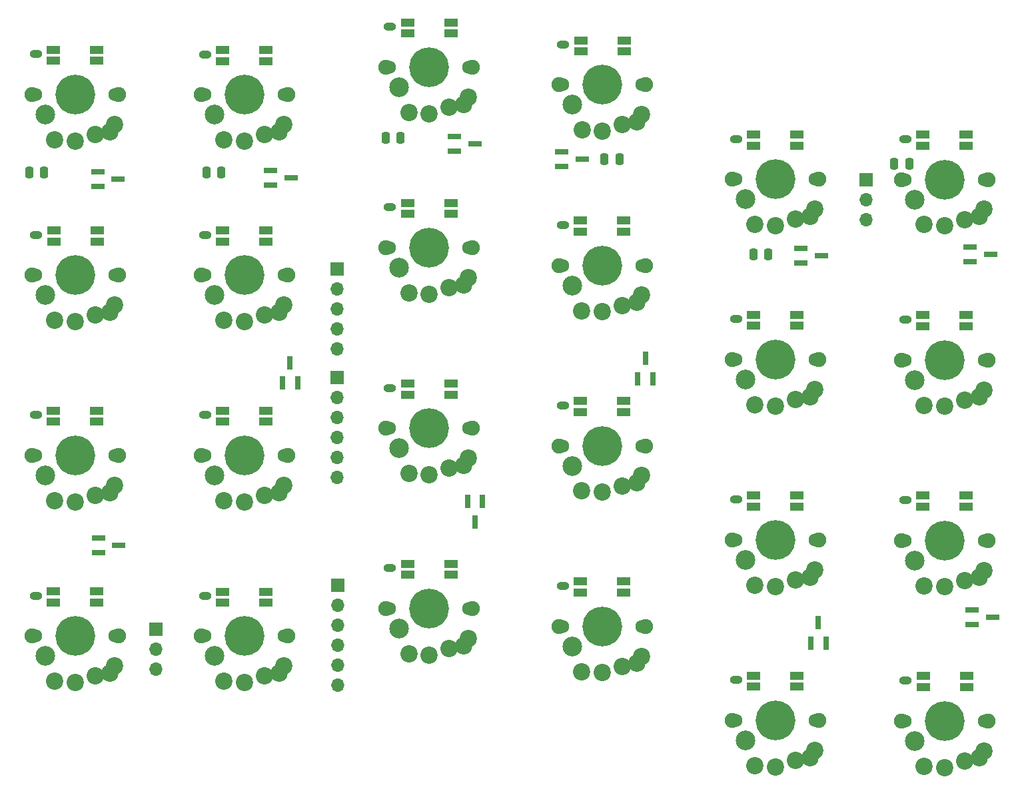
<source format=gbr>
%TF.GenerationSoftware,KiCad,Pcbnew,(6.99.0-4085-g6c752680d7)*%
%TF.CreationDate,2022-11-14T17:23:02+08:00*%
%TF.ProjectId,Left Flex PCB,4c656674-2046-46c6-9578-205043422e6b,rev?*%
%TF.SameCoordinates,Original*%
%TF.FileFunction,Soldermask,Top*%
%TF.FilePolarity,Negative*%
%FSLAX46Y46*%
G04 Gerber Fmt 4.6, Leading zero omitted, Abs format (unit mm)*
G04 Created by KiCad (PCBNEW (6.99.0-4085-g6c752680d7)) date 2022-11-14 17:23:02*
%MOMM*%
%LPD*%
G01*
G04 APERTURE LIST*
G04 Aperture macros list*
%AMRoundRect*
0 Rectangle with rounded corners*
0 $1 Rounding radius*
0 $2 $3 $4 $5 $6 $7 $8 $9 X,Y pos of 4 corners*
0 Add a 4 corners polygon primitive as box body*
4,1,4,$2,$3,$4,$5,$6,$7,$8,$9,$2,$3,0*
0 Add four circle primitives for the rounded corners*
1,1,$1+$1,$2,$3*
1,1,$1+$1,$4,$5*
1,1,$1+$1,$6,$7*
1,1,$1+$1,$8,$9*
0 Add four rect primitives between the rounded corners*
20,1,$1+$1,$2,$3,$4,$5,0*
20,1,$1+$1,$4,$5,$6,$7,0*
20,1,$1+$1,$6,$7,$8,$9,0*
20,1,$1+$1,$8,$9,$2,$3,0*%
G04 Aperture macros list end*
%ADD10C,1.900000*%
%ADD11C,1.750000*%
%ADD12O,1.600000X1.000000*%
%ADD13C,5.050000*%
%ADD14C,2.500000*%
%ADD15C,2.200000*%
%ADD16R,1.700000X1.000000*%
%ADD17R,1.800000X0.800000*%
%ADD18RoundRect,0.250000X-0.250000X-0.475000X0.250000X-0.475000X0.250000X0.475000X-0.250000X0.475000X0*%
%ADD19R,0.800000X1.800000*%
%ADD20R,1.700000X1.700000*%
%ADD21O,1.700000X1.700000*%
G04 APERTURE END LIST*
D10*
%TO.C,SW23*%
X48265795Y-44544998D03*
D11*
X48685795Y-44544998D03*
D12*
X48765794Y-39394997D03*
D13*
X53765795Y-44544998D03*
D11*
X58845795Y-44544998D03*
D10*
X59265795Y-44544998D03*
D14*
X49955795Y-47084998D03*
D15*
X51165795Y-50294998D03*
X53765795Y-50444998D03*
X56305795Y-49624998D03*
X58165795Y-49244998D03*
X58765795Y-48344998D03*
%TD*%
D16*
%TO.C,D55*%
X56541194Y-63206597D03*
X51041194Y-63206597D03*
X51041194Y-61806597D03*
X56541194Y-61806597D03*
%TD*%
%TO.C,D43*%
X101526193Y-36758599D03*
X96026193Y-36758599D03*
X96026193Y-35358599D03*
X101526193Y-35358599D03*
%TD*%
D17*
%TO.C,D13*%
X167525393Y-65814399D03*
X167525393Y-63914399D03*
X170125393Y-64864399D03*
%TD*%
%TO.C,D17*%
X56725393Y-102814399D03*
X56725393Y-100914399D03*
X59325393Y-101864399D03*
%TD*%
D16*
%TO.C,D18*%
X167025392Y-119884397D03*
X161525392Y-119884397D03*
X161525392Y-118484397D03*
X167025392Y-118484397D03*
%TD*%
D18*
%TO.C,C3*%
X47900594Y-54450000D03*
X49800594Y-54450000D03*
%TD*%
D10*
%TO.C,SW12*%
X115247194Y-112153200D03*
D11*
X115667194Y-112153200D03*
D12*
X115747193Y-107003199D03*
D13*
X120747194Y-112153200D03*
D11*
X125827194Y-112153200D03*
D10*
X126247194Y-112153200D03*
D14*
X116937194Y-114693200D03*
D15*
X118147194Y-117903200D03*
X120747194Y-118053200D03*
X123287194Y-117233200D03*
X125147194Y-116853200D03*
X125747194Y-115953200D03*
%TD*%
D17*
%TO.C,D1*%
X167775393Y-111964399D03*
X167775393Y-110064399D03*
X170375393Y-111014399D03*
%TD*%
D10*
%TO.C,SW7*%
X137258995Y-101196400D03*
D11*
X137678995Y-101196400D03*
D12*
X137758994Y-96046399D03*
D13*
X142758995Y-101196400D03*
D11*
X147838995Y-101196400D03*
D10*
X148258995Y-101196400D03*
D14*
X138948995Y-103736400D03*
D15*
X140158995Y-106946400D03*
X142758995Y-107096400D03*
X145298995Y-106276400D03*
X147158995Y-105896400D03*
X147758995Y-104996400D03*
%TD*%
D16*
%TO.C,D23*%
X123497193Y-84891599D03*
X117997193Y-84891599D03*
X117997193Y-83491599D03*
X123497193Y-83491599D03*
%TD*%
D10*
%TO.C,SW16*%
X93276194Y-86981800D03*
D11*
X93696194Y-86981800D03*
D12*
X93776193Y-81831799D03*
D13*
X98776194Y-86981800D03*
D11*
X103856194Y-86981800D03*
D10*
X104276194Y-86981800D03*
D14*
X94966194Y-89521800D03*
D15*
X96176194Y-92731800D03*
X98776194Y-92881800D03*
X101316194Y-92061800D03*
X103176194Y-91681800D03*
X103776194Y-90781800D03*
%TD*%
D18*
%TO.C,C1*%
X157850000Y-53350000D03*
X159750000Y-53350000D03*
%TD*%
D10*
%TO.C,SW21*%
X69754194Y-90442800D03*
D11*
X70174194Y-90442800D03*
D12*
X70254193Y-85292799D03*
D13*
X75254194Y-90442800D03*
D11*
X80334194Y-90442800D03*
D10*
X80754194Y-90442800D03*
D14*
X71444194Y-92982800D03*
D15*
X72654194Y-96192800D03*
X75254194Y-96342800D03*
X77794194Y-95522800D03*
X79654194Y-95142800D03*
X80254194Y-94242800D03*
%TD*%
D16*
%TO.C,D49*%
X78004193Y-86142799D03*
X72504193Y-86142799D03*
X72504193Y-84742799D03*
X78004193Y-84742799D03*
%TD*%
D10*
%TO.C,SW11*%
X115247194Y-89191600D03*
D11*
X115667194Y-89191600D03*
D12*
X115747193Y-84041599D03*
D13*
X120747194Y-89191600D03*
D11*
X125827194Y-89191600D03*
D10*
X126247194Y-89191600D03*
D14*
X116937194Y-91731600D03*
D15*
X118147194Y-94941600D03*
X120747194Y-95091600D03*
X123287194Y-94271600D03*
X125147194Y-93891600D03*
X125747194Y-92991600D03*
%TD*%
D10*
%TO.C,SW19*%
X69779594Y-44570400D03*
D11*
X70199594Y-44570400D03*
D12*
X70279593Y-39420399D03*
D13*
X75279594Y-44570400D03*
D11*
X80359594Y-44570400D03*
D10*
X80779594Y-44570400D03*
D14*
X71469594Y-47110400D03*
D15*
X72679594Y-50320400D03*
X75279594Y-50470400D03*
X77819594Y-49650400D03*
X79679594Y-49270400D03*
X80279594Y-48370400D03*
%TD*%
D16*
%TO.C,D7*%
X145508994Y-96896399D03*
X140008994Y-96896399D03*
X140008994Y-95496399D03*
X145508994Y-95496399D03*
%TD*%
%TO.C,D37*%
X101526193Y-105592599D03*
X96026193Y-105592599D03*
X96026193Y-104192599D03*
X101526193Y-104192599D03*
%TD*%
%TO.C,D35*%
X145508994Y-51023999D03*
X140008994Y-51023999D03*
X140008994Y-49623999D03*
X145508994Y-49623999D03*
%TD*%
%TO.C,D41*%
X101526193Y-59720199D03*
X96026193Y-59720199D03*
X96026193Y-58320199D03*
X101526193Y-58320199D03*
%TD*%
D17*
%TO.C,D11*%
X101950593Y-51749999D03*
X101950593Y-49849999D03*
X104550593Y-50799999D03*
%TD*%
D16*
%TO.C,D2*%
X167013393Y-51030600D03*
X161513393Y-51030600D03*
X161513393Y-49630600D03*
X167013393Y-49630600D03*
%TD*%
D17*
%TO.C,D9*%
X115625393Y-53714399D03*
X115625393Y-51814399D03*
X118225393Y-52764399D03*
%TD*%
D16*
%TO.C,D4*%
X167013393Y-96928400D03*
X161513393Y-96928400D03*
X161513393Y-95528400D03*
X167013393Y-95528400D03*
%TD*%
%TO.C,D25*%
X123497193Y-107853199D03*
X117997193Y-107853199D03*
X117997193Y-106453199D03*
X123497193Y-106453199D03*
%TD*%
D17*
%TO.C,D14*%
X78600593Y-56049999D03*
X78600593Y-54149999D03*
X81200593Y-55099999D03*
%TD*%
D18*
%TO.C,C6*%
X139950594Y-64850000D03*
X141850594Y-64850000D03*
%TD*%
D10*
%TO.C,SW17*%
X93276194Y-109892600D03*
D11*
X93696194Y-109892600D03*
D12*
X93776193Y-104742599D03*
D13*
X98776194Y-109892600D03*
D11*
X103856194Y-109892600D03*
D10*
X104276194Y-109892600D03*
D14*
X94966194Y-112432600D03*
D15*
X96176194Y-115642600D03*
X98776194Y-115792600D03*
X101316194Y-114972600D03*
X103176194Y-114592600D03*
X103776194Y-113692600D03*
%TD*%
D16*
%TO.C,D59*%
X56515794Y-109104397D03*
X51015794Y-109104397D03*
X51015794Y-107704397D03*
X56515794Y-107704397D03*
%TD*%
D19*
%TO.C,D32*%
X149175393Y-114264399D03*
X147275393Y-114264399D03*
X148225393Y-111664399D03*
%TD*%
D10*
%TO.C,SW5*%
X137258995Y-55324000D03*
D11*
X137678995Y-55324000D03*
D12*
X137758994Y-50173999D03*
D13*
X142758995Y-55324000D03*
D11*
X147838995Y-55324000D03*
D10*
X148258995Y-55324000D03*
D14*
X138948995Y-57864000D03*
D15*
X140158995Y-61074000D03*
X142758995Y-61224000D03*
X145298995Y-60404000D03*
X147158995Y-60024000D03*
X147758995Y-59124000D03*
%TD*%
D16*
%TO.C,D57*%
X56515794Y-86142797D03*
X51015794Y-86142797D03*
X51015794Y-84742797D03*
X56515794Y-84742797D03*
%TD*%
D10*
%TO.C,SW9*%
X115272594Y-43293800D03*
D11*
X115692594Y-43293800D03*
D12*
X115772593Y-38143799D03*
D13*
X120772594Y-43293800D03*
D11*
X125852594Y-43293800D03*
D10*
X126272594Y-43293800D03*
D14*
X116962594Y-45833800D03*
D15*
X118172594Y-49043800D03*
X120772594Y-49193800D03*
X123312594Y-48373800D03*
X125172594Y-47993800D03*
X125772594Y-47093800D03*
%TD*%
%TO.C,SW14*%
X103776194Y-44858600D03*
X103176194Y-45758600D03*
X101316194Y-46138600D03*
X98776194Y-46958600D03*
X96176194Y-46808600D03*
D14*
X94966194Y-43598600D03*
D10*
X104276194Y-41058600D03*
D11*
X103856194Y-41058600D03*
D13*
X98776194Y-41058600D03*
D12*
X93776193Y-35908599D03*
D11*
X93696194Y-41058600D03*
D10*
X93276194Y-41058600D03*
%TD*%
D16*
%TO.C,D39*%
X101526193Y-82681799D03*
X96026193Y-82681799D03*
X96026193Y-81281799D03*
X101526193Y-81281799D03*
%TD*%
D10*
%TO.C,SW15*%
X93276194Y-64020200D03*
D11*
X93696194Y-64020200D03*
D12*
X93776193Y-58870199D03*
D13*
X98776194Y-64020200D03*
D11*
X103856194Y-64020200D03*
D10*
X104276194Y-64020200D03*
D14*
X94966194Y-66560200D03*
D15*
X96176194Y-69770200D03*
X98776194Y-69920200D03*
X101316194Y-69100200D03*
X103176194Y-68720200D03*
X103776194Y-67820200D03*
%TD*%
D16*
%TO.C,D33*%
X145508994Y-73934799D03*
X140008994Y-73934799D03*
X140008994Y-72534799D03*
X145508994Y-72534799D03*
%TD*%
D18*
%TO.C,C4*%
X70450594Y-54450000D03*
X72350594Y-54450000D03*
%TD*%
D10*
%TO.C,SW1*%
X158763394Y-55330601D03*
D11*
X159183394Y-55330601D03*
D12*
X159263393Y-50180600D03*
D13*
X164263394Y-55330601D03*
D11*
X169343394Y-55330601D03*
D10*
X169763394Y-55330601D03*
D14*
X160453394Y-57870601D03*
D15*
X161663394Y-61080601D03*
X164263394Y-61230601D03*
X166803394Y-60410601D03*
X168663394Y-60030601D03*
X169263394Y-59130601D03*
%TD*%
D19*
%TO.C,D12*%
X103650593Y-96299999D03*
X105550593Y-96299999D03*
X104600593Y-98899999D03*
%TD*%
D18*
%TO.C,C5*%
X93200594Y-50050000D03*
X95100594Y-50050000D03*
%TD*%
D10*
%TO.C,SW24*%
X48291195Y-67506598D03*
D11*
X48711195Y-67506598D03*
D12*
X48791194Y-62356597D03*
D13*
X53791195Y-67506598D03*
D11*
X58871195Y-67506598D03*
D10*
X59291195Y-67506598D03*
D14*
X49981195Y-70046598D03*
D15*
X51191195Y-73256598D03*
X53791195Y-73406598D03*
X56331195Y-72586598D03*
X58191195Y-72206598D03*
X58791195Y-71306598D03*
%TD*%
D17*
%TO.C,D31*%
X146025393Y-65964399D03*
X146025393Y-64064399D03*
X148625393Y-65014399D03*
%TD*%
D10*
%TO.C,SW8*%
X137258995Y-124132600D03*
D11*
X137678995Y-124132600D03*
D12*
X137758994Y-118982599D03*
D13*
X142758995Y-124132600D03*
D11*
X147838995Y-124132600D03*
D10*
X148258995Y-124132600D03*
D14*
X138948995Y-126672600D03*
D15*
X140158995Y-129882600D03*
X142758995Y-130032600D03*
X145298995Y-129212600D03*
X147158995Y-128832600D03*
X147758995Y-127932600D03*
%TD*%
D10*
%TO.C,SW10*%
X115247194Y-66255400D03*
D11*
X115667194Y-66255400D03*
D12*
X115747193Y-61105399D03*
D13*
X120747194Y-66255400D03*
D11*
X125827194Y-66255400D03*
D10*
X126247194Y-66255400D03*
D14*
X116937194Y-68795400D03*
D15*
X118147194Y-72005400D03*
X120747194Y-72155400D03*
X123287194Y-71335400D03*
X125147194Y-70955400D03*
X125747194Y-70055400D03*
%TD*%
D10*
%TO.C,SW25*%
X48265795Y-90442798D03*
D11*
X48685795Y-90442798D03*
D12*
X48765794Y-85292797D03*
D13*
X53765795Y-90442798D03*
D11*
X58845795Y-90442798D03*
D10*
X59265795Y-90442798D03*
D14*
X49955795Y-92982798D03*
D15*
X51165795Y-96192798D03*
X53765795Y-96342798D03*
X56305795Y-95522798D03*
X58165795Y-95142798D03*
X58765795Y-94242798D03*
%TD*%
D16*
%TO.C,D45*%
X78029593Y-40270399D03*
X72529593Y-40270399D03*
X72529593Y-38870399D03*
X78029593Y-38870399D03*
%TD*%
D19*
%TO.C,D15*%
X82025393Y-81214399D03*
X80125393Y-81214399D03*
X81075393Y-78614399D03*
%TD*%
D18*
%TO.C,C2*%
X121050594Y-52700000D03*
X122950594Y-52700000D03*
%TD*%
D10*
%TO.C,SW26*%
X48265795Y-113404398D03*
D11*
X48685795Y-113404398D03*
D12*
X48765794Y-108254397D03*
D13*
X53765795Y-113404398D03*
D11*
X58845795Y-113404398D03*
D10*
X59265795Y-113404398D03*
D14*
X49955795Y-115944398D03*
D15*
X51165795Y-119154398D03*
X53765795Y-119304398D03*
X56305795Y-118484398D03*
X58165795Y-118104398D03*
X58765795Y-117204398D03*
%TD*%
D16*
%TO.C,D3*%
X167013393Y-73992200D03*
X161513393Y-73992200D03*
X161513393Y-72592200D03*
X167013393Y-72592200D03*
%TD*%
%TO.C,D51*%
X78025393Y-109134397D03*
X72525393Y-109134397D03*
X72525393Y-107734397D03*
X78025393Y-107734397D03*
%TD*%
D10*
%TO.C,SW20*%
X69779594Y-67506600D03*
D11*
X70199594Y-67506600D03*
D12*
X70279593Y-62356599D03*
D13*
X75279594Y-67506600D03*
D11*
X80359594Y-67506600D03*
D10*
X80779594Y-67506600D03*
D14*
X71469594Y-70046600D03*
D15*
X72679594Y-73256600D03*
X75279594Y-73406600D03*
X77819594Y-72586600D03*
X79679594Y-72206600D03*
X80279594Y-71306600D03*
%TD*%
D10*
%TO.C,SW2*%
X158763394Y-78292201D03*
D11*
X159183394Y-78292201D03*
D12*
X159263393Y-73142200D03*
D13*
X164263394Y-78292201D03*
D11*
X169343394Y-78292201D03*
D10*
X169763394Y-78292201D03*
D14*
X160453394Y-80832201D03*
D15*
X161663394Y-84042201D03*
X164263394Y-84192201D03*
X166803394Y-83372201D03*
X168663394Y-82992201D03*
X169263394Y-82092201D03*
%TD*%
D10*
%TO.C,SW22*%
X69754194Y-113404400D03*
D11*
X70174194Y-113404400D03*
D12*
X70254193Y-108254399D03*
D13*
X75254194Y-113404400D03*
D11*
X80334194Y-113404400D03*
D10*
X80754194Y-113404400D03*
D14*
X71444194Y-115944400D03*
D15*
X72654194Y-119154400D03*
X75254194Y-119304400D03*
X77794194Y-118484400D03*
X79654194Y-118104400D03*
X80254194Y-117204400D03*
%TD*%
D17*
%TO.C,D16*%
X56625393Y-56214399D03*
X56625393Y-54314399D03*
X59225393Y-55264399D03*
%TD*%
D16*
%TO.C,D19*%
X123525393Y-39034398D03*
X118025393Y-39034398D03*
X118025393Y-37634398D03*
X123525393Y-37634398D03*
%TD*%
%TO.C,D5*%
X145508994Y-119832599D03*
X140008994Y-119832599D03*
X140008994Y-118432599D03*
X145508994Y-118432599D03*
%TD*%
D10*
%TO.C,SW6*%
X137258995Y-78234800D03*
D11*
X137678995Y-78234800D03*
D12*
X137758994Y-73084799D03*
D13*
X142758995Y-78234800D03*
D11*
X147838995Y-78234800D03*
D10*
X148258995Y-78234800D03*
D14*
X138948995Y-80774800D03*
D15*
X140158995Y-83984800D03*
X142758995Y-84134800D03*
X145298995Y-83314800D03*
X147158995Y-82934800D03*
X147758995Y-82034800D03*
%TD*%
D19*
%TO.C,D10*%
X127175393Y-80664399D03*
X125275393Y-80664399D03*
X126225393Y-78064399D03*
%TD*%
D16*
%TO.C,D21*%
X123497193Y-61955399D03*
X117997193Y-61955399D03*
X117997193Y-60555399D03*
X123497193Y-60555399D03*
%TD*%
%TO.C,D47*%
X78029593Y-63206599D03*
X72529593Y-63206599D03*
X72529593Y-61806599D03*
X78029593Y-61806599D03*
%TD*%
%TO.C,D53*%
X56515794Y-40244997D03*
X51015794Y-40244997D03*
X51015794Y-38844997D03*
X56515794Y-38844997D03*
%TD*%
D10*
%TO.C,SW3*%
X158763394Y-101228401D03*
D11*
X159183394Y-101228401D03*
D12*
X159263393Y-96078400D03*
D13*
X164263394Y-101228401D03*
D11*
X169343394Y-101228401D03*
D10*
X169763394Y-101228401D03*
D14*
X160453394Y-103768401D03*
D15*
X161663394Y-106978401D03*
X164263394Y-107128401D03*
X166803394Y-106308401D03*
X168663394Y-105928401D03*
X169263394Y-105028401D03*
%TD*%
D10*
%TO.C,SW4*%
X158763394Y-124190001D03*
D11*
X159183394Y-124190001D03*
D12*
X159263393Y-119040000D03*
D13*
X164263394Y-124190001D03*
D11*
X169343394Y-124190001D03*
D10*
X169763394Y-124190001D03*
D14*
X160453394Y-126730001D03*
D15*
X161663394Y-129940001D03*
X164263394Y-130090001D03*
X166803394Y-129270001D03*
X168663394Y-128890001D03*
X169263394Y-127990001D03*
%TD*%
D20*
%TO.C,J3*%
X154305393Y-55364399D03*
D21*
X154305393Y-57904399D03*
X154305393Y-60444399D03*
%TD*%
D20*
%TO.C,J2*%
X87039793Y-66719198D03*
D21*
X87039793Y-69259198D03*
X87039793Y-71799198D03*
X87039793Y-74339198D03*
X87039793Y-76879198D03*
%TD*%
D20*
%TO.C,J4*%
X87039793Y-80536798D03*
D21*
X87039793Y-83076798D03*
X87039793Y-85616798D03*
X87039793Y-88156798D03*
X87039793Y-90696798D03*
X87039793Y-93236798D03*
%TD*%
D20*
%TO.C,J5*%
X64045393Y-112534399D03*
D21*
X64045393Y-115074399D03*
X64045393Y-117614399D03*
%TD*%
D20*
%TO.C,J1*%
X87115393Y-106904399D03*
D21*
X87115393Y-109444399D03*
X87115393Y-111984399D03*
X87115393Y-114524399D03*
X87115393Y-117064399D03*
X87115393Y-119604399D03*
%TD*%
M02*

</source>
